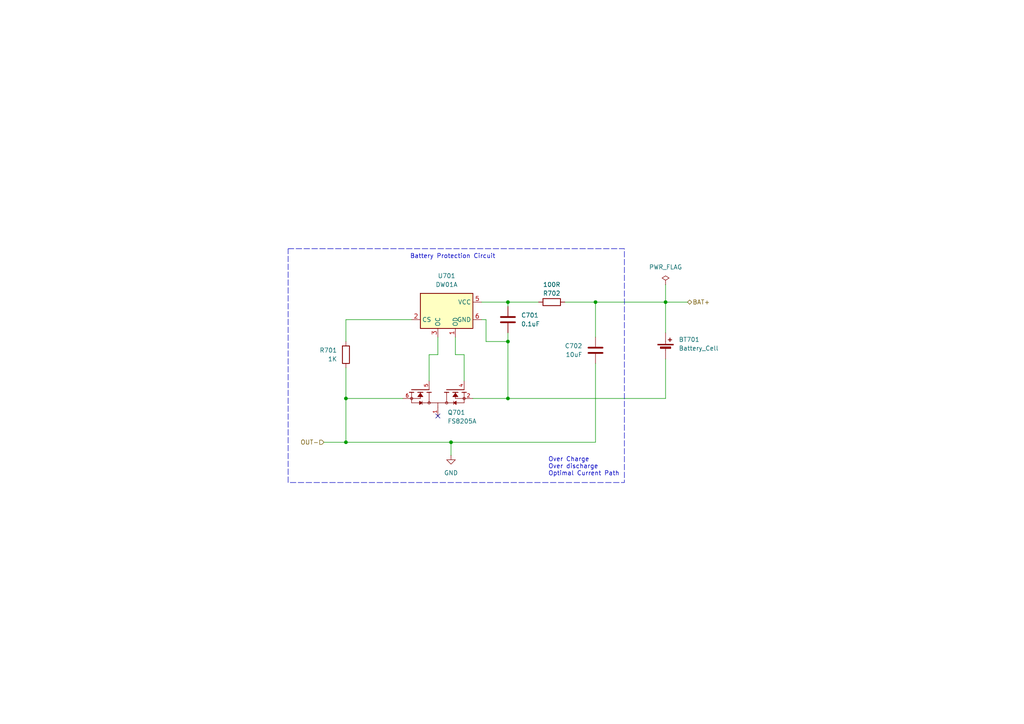
<source format=kicad_sch>
(kicad_sch (version 20250114) (generator "eeschema") (generator_version "9.0")
  (paper "A4")
  (lib_symbols
    (symbol "Battery_Management:DW01A"
      (property "Reference" "U" (at -6.604 6.35 0))
      (property "Value" "DW01A" (at 4.318 6.604 0))
      (symbol "DW01A_0_1"
        (pin power_in line (at -10.16 2.54 0) (length 2.54) (name "VCC") (number "5"))
        (pin power_in line (at -10.16 -2.54 0) (length 2.54) (name "GND") (number "6"))
        (pin output line (at -2.54 -7.62 90) (length 2.54) (name "OD") (number "1"))
        (pin output line (at 2.54 -7.62 90) (length 2.54) (name "OC") (number "3"))
        (pin input line (at 10.16 -2.54 180) (length 2.54) (name "CS") (number "2"))
      )
      (symbol "DW01A_1_1"
        (rectangle (start -7.62 5.08) (end 7.62 -5.08) (stroke (width 0.254)) (fill (type background)))
        (pin no_connect line (at 10.16 2.54 180) (length 2.54) (hide yes) (name "TD") (number "4"))
      )
    )
    (symbol "Device:Battery_Cell" (pin_numbers (hide yes)) (pin_names (offset 0) (hide yes))
      (property "Reference" "BT" (at 2.54 2.54 0))
      (property "Value" "Battery_Cell" (at 2.54 0 0))
      (symbol "Battery_Cell_0_1"
        (rectangle (start -2.286 1.778) (end 2.286 1.524) (fill (type outline)))
        (rectangle (start -1.524 1.016) (end 1.524 0.508) (fill (type outline)))
        (polyline (pts (xy 0 1.778) (xy 0 2.54)))
        (polyline (pts (xy 0 0.762) (xy 0 0)))
        (polyline (pts (xy 0.762 3.048) (xy 1.778 3.048)) (stroke (width 0.254)))
        (polyline (pts (xy 1.27 3.556) (xy 1.27 2.54)) (stroke (width 0.254)))
      )
      (symbol "Battery_Cell_1_1"
        (pin passive line (at 0 5.08 270) (length 2.54) (name "+") (number "1"))
        (pin passive line (at 0 -2.54 90) (length 2.54) (name "-") (number "2"))
      )
    )
    (symbol "Device:C" (pin_numbers (hide yes)) (pin_names (offset 0.254))
      (property "Reference" "C" (at 0.635 2.54 0))
      (property "Value" "C" (at 0.635 -2.54 0))
      (symbol "C_0_1"
        (polyline (pts (xy -2.032 0.762) (xy 2.032 0.762)) (stroke (width 0.508)))
        (polyline (pts (xy -2.032 -0.762) (xy 2.032 -0.762)) (stroke (width 0.508)))
      )
      (symbol "C_1_1"
        (pin passive line (at 0 3.81 270) (length 2.794) (name "~") (number "1"))
        (pin passive line (at 0 -3.81 90) (length 2.794) (name "~") (number "2"))
      )
    )
    (symbol "Device:R" (pin_numbers (hide yes)) (pin_names (offset 0))
      (property "Reference" "R" (at 2.032 0 90))
      (property "Value" "R" (at 0 0 90))
      (symbol "R_0_1"
        (rectangle (start -1.016 -2.54) (end 1.016 2.54) (stroke (width 0.254)))
      )
      (symbol "R_1_1"
        (pin passive line (at 0 3.81 270) (length 1.27) (name "~") (number "1"))
        (pin passive line (at 0 -3.81 90) (length 1.27) (name "~") (number "2"))
      )
    )
    (symbol "govi.ai_v3_sym:FS8205A" (pin_names (offset 1.016))
      (property "Reference" "Q" (at 7.62 10.16 0))
      (property "Value" "FS8205A" (at -12.7 10.16 0))
      (symbol "FS8205A_0_0"
        (polyline (pts (xy -7.62 0.508) (xy -8.255 0.508)) (stroke (width 0.254)))
        (circle (center -7.62 -1.27) (radius 0.3592))
        (polyline (pts (xy -7.62 -1.27) (xy -7.62 0.508)) (stroke (width 0.1524)))
        (polyline (pts (xy -7.62 -1.27) (xy -7.62 -2.54)) (stroke (width 0.1524)))
        (polyline (pts (xy -6.985 0.508) (xy -7.62 0.508)) (stroke (width 0.254)))
        (polyline (pts (xy -5.08 0.508) (xy -5.842 0.508)) (stroke (width 0.254)))
        (polyline (pts (xy -5.08 0.508) (xy -5.08 -1.27)) (stroke (width 0.1524)))
        (polyline (pts (xy -5.08 0.254) (xy -4.318 -0.762) (xy -5.842 -0.762) (xy -5.08 0.254)) (stroke (width 0.1524)) (fill (type outline)))
        (polyline (pts (xy -5.08 -1.27) (xy -7.62 -1.27)) (stroke (width 0.1524)))
        (polyline (pts (xy -4.572 -2.54) (xy -7.62 -2.54)) (stroke (width 0.1524)))
        (polyline (pts (xy -4.572 -2.54) (xy -4.572 -2.032)) (stroke (width 0.1524)))
        (polyline (pts (xy -4.572 -2.54) (xy -5.334 -2.032) (xy -5.334 -3.048) (xy -4.572 -2.54)) (stroke (width 0.1524)) (fill (type outline)))
        (polyline (pts (xy -4.572 -3.048) (xy -4.572 -2.54)) (stroke (width 0.1524)))
        (polyline (pts (xy -4.318 0.508) (xy -5.08 0.508)) (stroke (width 0.254)))
        (polyline (pts (xy -2.54 1.27) (xy -7.62 1.27)) (stroke (width 0.254)))
        (polyline (pts (xy -2.54 0.508) (xy -3.175 0.508)) (stroke (width 0.254)))
        (polyline (pts (xy -2.54 0.508) (xy -2.54 -2.54)) (stroke (width 0.1524)))
        (circle (center -2.54 -2.54) (radius 0.3592))
        (polyline (pts (xy -2.54 -2.54) (xy -4.572 -2.54)) (stroke (width 0.1524)))
        (polyline (pts (xy -2.54 -2.54) (xy 0 -2.54)) (stroke (width 0.1524)))
        (polyline (pts (xy -1.905 0.508) (xy -2.54 0.508)) (stroke (width 0.254)))
        (polyline (pts (xy 0 -2.54) (xy 0 -3.81)) (stroke (width 0.1524)))
        (polyline (pts (xy 0 -2.54) (xy 2.54 -2.54)) (stroke (width 0.1524)))
        (polyline (pts (xy 2.54 0.508) (xy 1.905 0.508)) (stroke (width 0.254)))
        (polyline (pts (xy 2.54 -2.54) (xy 2.54 0.508)) (stroke (width 0.1524)))
        (polyline (pts (xy 2.54 -2.54) (xy 4.572 -2.54)) (stroke (width 0.1524)))
        (circle (center 2.54 -2.54) (radius 0.3592))
        (polyline (pts (xy 3.175 0.508) (xy 2.54 0.508)) (stroke (width 0.254)))
        (polyline (pts (xy 4.572 -2.032) (xy 4.572 -2.54)) (stroke (width 0.1524)))
        (polyline (pts (xy 4.572 -2.54) (xy 4.572 -3.048)) (stroke (width 0.1524)))
        (polyline (pts (xy 4.572 -2.54) (xy 7.62 -2.54)) (stroke (width 0.1524)))
        (polyline (pts (xy 4.572 -2.54) (xy 5.334 -3.048) (xy 5.334 -2.032) (xy 4.572 -2.54)) (stroke (width 0.1524)) (fill (type outline)))
        (polyline (pts (xy 5.08 0.508) (xy 4.318 0.508)) (stroke (width 0.254)))
        (polyline (pts (xy 5.08 0.508) (xy 5.08 -1.27)) (stroke (width 0.1524)))
        (polyline (pts (xy 5.08 0.254) (xy 5.842 -0.762) (xy 4.318 -0.762) (xy 5.08 0.254)) (stroke (width 0.1524)) (fill (type outline)))
        (polyline (pts (xy 5.842 0.508) (xy 5.08 0.508)) (stroke (width 0.254)))
        (polyline (pts (xy 7.62 1.27) (xy 2.54 1.27)) (stroke (width 0.254)))
        (polyline (pts (xy 7.62 0.508) (xy 6.985 0.508)) (stroke (width 0.254)))
        (polyline (pts (xy 7.62 0.508) (xy 7.62 -2.54)) (stroke (width 0.1524)))
        (polyline (pts (xy 7.62 -1.27) (xy 5.08 -1.27)) (stroke (width 0.1524)))
        (circle (center 7.62 -1.27) (radius 0.3592))
        (polyline (pts (xy 8.255 0.508) (xy 7.62 0.508)) (stroke (width 0.254)))
        (pin passive line (at -10.16 -1.27 0) (length 2.54) (name "~") (number "2"))
        (pin passive line (at -10.16 -1.27 0) (length 2.54) (hide yes) (name "~") (number "3"))
        (pin passive line (at -7.62 3.81 270) (length 2.54) (name "~") (number "4"))
        (pin passive line (at 0 -6.35 90) (length 2.54) (name "~") (number "1"))
        (pin passive line (at 0 -6.35 90) (length 2.54) (hide yes) (name "~") (number "8"))
        (pin passive line (at 2.54 3.81 270) (length 2.54) (name "~") (number "5"))
        (pin passive line (at 10.16 -1.27 180) (length 2.54) (name "~") (number "6"))
        (pin passive line (at 10.16 -1.27 180) (length 2.54) (hide yes) (name "~") (number "7"))
      )
    )
    (symbol "power:GND" (power) (pin_numbers (hide yes)) (pin_names (offset 0) (hide yes))
      (property "Value" "GND" (at 0 -3.81 0))
      (symbol "GND_0_1"
        (polyline (pts (xy 0 0) (xy 0 -1.27) (xy 1.27 -1.27) (xy 0 -2.54) (xy -1.27 -1.27) (xy 0 -1.27)))
      )
      (symbol "GND_1_1"
        (pin power_in line (at 0 0 270) (length 0) (name "~") (number "1"))
      )
    )
    (symbol "power:PWR_FLAG" (power) (pin_numbers (hide yes)) (pin_names (offset 0) (hide yes))
      (property "Value" "PWR_FLAG" (at 0 3.81 0))
      (symbol "PWR_FLAG_0_0"
        (pin power_out line (at 0 0 90) (length 0) (name "~") (number "1"))
      )
      (symbol "PWR_FLAG_0_1"
        (polyline (pts (xy 0 0) (xy 0 1.27) (xy -1.016 1.905) (xy 0 2.54) (xy 1.016 1.905) (xy 0 1.27)))
      )
    )
  )
  (rectangle (start 83.566 72.136) (end 181.102 139.954) (stroke (width 0) (type dash)))
  (text "Over Charge\nOver discharge\nOptimal Current Path" (at 159.004 135.382 0) (effects (font (size 1.27 1.27)) (justify left)))
  (text "Battery Protection Circuit" (at 131.318 74.422 0) (effects (font (size 1.27 1.27))))
  (junction (at 172.72 87.63))
  (junction (at 147.32 87.63))
  (junction (at 100.33 115.57))
  (junction (at 147.32 99.06))
  (junction (at 100.33 128.27))
  (junction (at 147.32 115.57))
  (junction (at 193.04 87.63))
  (junction (at 130.81 128.27))
  (no_connect (at 127 120.65))
  (wire (pts (xy 172.72 105.41) (xy 172.72 128.27)))
  (wire (pts (xy 137.16 115.57) (xy 147.32 115.57)))
  (wire (pts (xy 100.33 128.27) (xy 130.81 128.27)))
  (wire (pts (xy 172.72 87.63) (xy 172.72 97.79)))
  (wire (pts (xy 140.97 99.06) (xy 140.97 92.71)))
  (wire (pts (xy 147.32 115.57) (xy 147.32 99.06)))
  (wire (pts (xy 100.33 92.71) (xy 100.33 99.06)))
  (wire (pts (xy 132.08 97.79) (xy 132.08 102.87)))
  (wire (pts (xy 163.83 87.63) (xy 172.72 87.63)))
  (wire (pts (xy 100.33 106.68) (xy 100.33 115.57)))
  (wire (pts (xy 134.62 102.87) (xy 134.62 110.49)))
  (wire (pts (xy 119.38 92.71) (xy 100.33 92.71)))
  (wire (pts (xy 147.32 88.9) (xy 147.32 87.63)))
  (wire (pts (xy 132.08 102.87) (xy 134.62 102.87)))
  (wire (pts (xy 193.04 87.63) (xy 193.04 96.52)))
  (wire (pts (xy 93.98 128.27) (xy 100.33 128.27)))
  (wire (pts (xy 130.81 128.27) (xy 172.72 128.27)))
  (wire (pts (xy 172.72 87.63) (xy 193.04 87.63)))
  (wire (pts (xy 130.81 128.27) (xy 130.81 132.08)))
  (wire (pts (xy 140.97 92.71) (xy 139.7 92.71)))
  (wire (pts (xy 147.32 99.06) (xy 147.32 96.52)))
  (wire (pts (xy 127 102.87) (xy 124.46 102.87)))
  (wire (pts (xy 140.97 99.06) (xy 147.32 99.06)))
  (wire (pts (xy 193.04 82.55) (xy 193.04 87.63)))
  (wire (pts (xy 127 97.79) (xy 127 102.87)))
  (wire (pts (xy 147.32 87.63) (xy 139.7 87.63)))
  (wire (pts (xy 156.21 87.63) (xy 147.32 87.63)))
  (wire (pts (xy 193.04 87.63) (xy 199.39 87.63)))
  (wire (pts (xy 147.32 115.57) (xy 193.04 115.57)))
  (wire (pts (xy 100.33 115.57) (xy 100.33 128.27)))
  (wire (pts (xy 100.33 115.57) (xy 116.84 115.57)))
  (wire (pts (xy 193.04 104.14) (xy 193.04 115.57)))
  (wire (pts (xy 124.46 102.87) (xy 124.46 110.49)))
  (hierarchical_label "OUT-" (shape input) (at 93.98 128.27 180))
  (hierarchical_label "BAT+" (shape bidirectional) (at 199.39 87.63 0))
  (symbol (lib_id "Device:R") (at 160.02 87.63 270) (mirror x) (unit 1)
    (property "Reference" "R702" (at 160.02 85.09 90))
    (property "Value" "100R" (at 160.02 82.55 90))
    (property "Description" "Resistor" (effects (hide yes)))
  )
  (symbol (lib_id "power:GND") (at 130.81 132.08 0) (unit 1)
    (property "Reference" "#PWR0702" (effects (hide yes)))
    (property "Value" "GND" (at 130.81 137.16 0))
    (property "Description" "Power symbol creates a global label with name \"GND\" , ground" (effects (hide yes)))
  )
  (symbol (lib_id "Device:R") (at 100.33 102.87 0) (mirror y) (unit 1)
    (property "Reference" "R701" (at 97.79 101.5999 0) (effects (justify left)))
    (property "Value" "1K" (at 97.79 104.1399 0) (effects (justify left)))
    (property "Description" "Resistor" (effects (hide yes)))
  )
  (symbol (lib_id "Device:C") (at 172.72 101.6 0) (mirror y) (unit 1)
    (property "Reference" "C702" (at 168.91 100.3299 0) (effects (justify left)))
    (property "Value" "10uF" (at 168.91 102.8699 0) (effects (justify left)))
    (property "Description" "Unpolarized capacitor" (effects (hide yes)))
  )
  (symbol (lib_id "Device:Battery_Cell") (at 193.04 101.6 0) (unit 1)
    (property "Reference" "BT701" (at 196.85 98.4884 0) (effects (justify left)))
    (property "Value" "Battery_Cell" (at 196.85 101.0284 0) (effects (justify left)))
    (property "Footprint" "govi_v3_SHT41_sensor_kicad:BAT_1042P" (effects (hide yes)))
    (property "Description" "Single-cell battery" (effects (hide yes)))
  )
  (symbol (lib_id "power:PWR_FLAG") (at 193.04 82.55 0) (unit 1)
    (property "Reference" "#FLG0701" (effects (hide yes)))
    (property "Value" "PWR_FLAG" (at 193.04 77.47 0))
    (property "Description" "Special symbol for telling ERC where power comes from" (effects (hide yes)))
  )
  (symbol (lib_id "govi.ai_v3_sym:FS8205A") (at 127 114.3 0) (mirror y) (unit 1)
    (property "Reference" "Q701" (at 129.794 119.634 0) (effects (justify right)))
    (property "Value" "FS8205A" (at 129.794 122.174 0) (effects (justify right)))
    (property "Footprint" "govi_v3_SHT41_sensor_kicad:SOP65P640X120-8N" (effects (hide yes)))
    (property "MF" "Fortune Semiconductor" (effects (hide yes)))
    (property "MAXIMUM_PACKAGE_HEIGHT" "1.2mm" (effects (hide yes)))
    (property "Package" "Package" (effects (hide yes)))
    (property "Price" "None" (effects (hide yes)))
    (property "Check_prices" "https://www.snapeda.com/parts/FS8205A/Fortune+Semiconductor/view-part/?ref=eda" (effects (hide yes)))
    (property "STANDARD" "IPC 7351B" (effects (hide yes)))
    (property "PARTREV" "1.7" (effects (hide yes)))
    (property "SnapEDA_Link" "https://www.snapeda.com/parts/FS8205A/Fortune+Semiconductor/view-part/?ref=snap" (effects (hide yes)))
    (property "MP" "FS8205A" (effects (hide yes)))
    (property "Availability" "In Stock" (effects (hide yes)))
    (property "MANUFACTURER" "Fortune Semiconductor" (effects (hide yes)))
  )
  (symbol (lib_id "Device:C") (at 147.32 92.71 0) (unit 1)
    (property "Reference" "C701" (at 151.13 91.4399 0) (effects (justify left)))
    (property "Value" "0.1uF" (at 151.13 93.9799 0) (effects (justify left)))
    (property "Description" "Unpolarized capacitor" (effects (hide yes)))
  )
  (symbol (lib_id "Battery_Management:DW01A") (at 129.54 90.17 0) (mirror y) (unit 1)
    (property "Reference" "U701" (at 129.54 80.01 0))
    (property "Value" "DW01A" (at 129.54 82.55 0))
    (property "Footprint" "Package_TO_SOT_SMD:SOT-23-6" (effects (hide yes)))
    (property "Datasheet" "https://hmsemi.com/downfile/DW01A.PDF" (effects (hide yes)))
    (property "Description" "Overcharge, overcurrent and overdischarge protection IC for single cell lithium-ion/polymer battery" (effects (hide yes)))
  )
)
</source>
